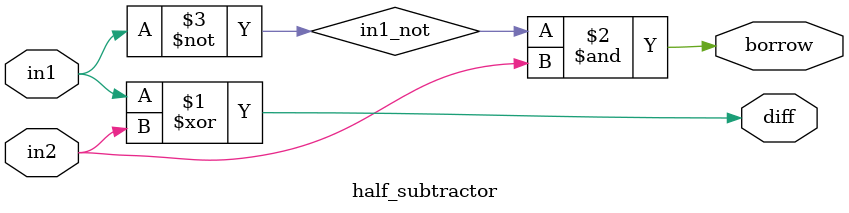
<source format=v>
module CPU (
    input wire[18:0] opcode,
    output wire[7:0] result 
);
    wire [2:0] operation;
    wire [7:0] operand1;
    wire [7:0] operand2;

    CU myCU (opcode, operation, operand1, operand2);    

    //instead of sending decoded output to the ALU, i have used a multiplexer inside the ALU
    ALU myALU (operation, operand1, operand2, result);

endmodule

module CU( 
    input wire[18:0] opcode,
    output wire [2:0] operation,
    output wire [7:0] operand1,
    output wire [7:0] operand2
);
    //breaks the opcode into 3 parts: operation, operand1, operand2
    assign operation = opcode[18:16];
    assign operand1 = opcode[15:8];
    assign operand2 = opcode[7:0];
endmodule


module ALU (
    input wire[2:0] operation,
    input wire[7:0] op1,
    input wire[7:0] op2,
    output wire[7:0] result

);
    wire[7:0] answers[0:7]; //7 * (8bit buses) for the 7 processes + 0'th bus is empty
    
    wire zero;
    assign zero = 1'b0;    

    //performing all 8 operations
    assign answers[0] = 8'b0;
    _8_bit_adder       ALU_add(op1, op2, zero, answers[1]);
    _8_bit_subtractor  ALU_subtr(op1, op2, answers[2]);
    _8_bit_incre       ALU_incre(op1, answers[3]);
    _8_bit_decre       ALU_decre(op1, answers[4]);
    _8_bit_and         ALU_and(op1, op2, answers[5]);
    _8_bit_or          ALU_or(op1, op2, answers[6]);
    _8_bit_not         ALU_not(op1, answers[7]);


    //selecting 1 operation as result using a multiplexer
    _8_input_bus_multiplexer ALU_multiplexer (operation, answers[0],answers[1],answers[2],answers[3],
                                            answers[4],answers[5],answers[6],answers[7], result);


endmodule

//multiplexer modules
module _8_input_bus_multiplexer(
    input wire[0:2] select,
    input wire[7:0] in0, in1, in2, in3, in4, in5, in6, in7,
    output wire[7:0] out
);

    wire[7:0] mid[0:1];

    //implementing an 8 bit multiplexer using 2 (4 bit) multiplexers and 1 (2 bit) multiplexer
    _4_input_bus_multiplexer m1(select[1:2], in0, in1, in2, in3, mid[0]);
    _4_input_bus_multiplexer m2(select[1:2], in4, in5, in6, in7, mid[1]);

    _2_input_bus_multiplexer m3(select[0], mid[0], mid[1], out);

endmodule

module _4_input_bus_multiplexer(
    input wire[0:1] select, 
    input wire[7:0] in0, in1, in2, in3, 
    output wire[7:0] out
);
    wire[7:0] mid[0:1];

    //implementing an 4 bit multiplexer using 3 (2 bit) multiplexers
    _2_input_bus_multiplexer m1 (select[1], in0, in1, mid[0]);
    _2_input_bus_multiplexer m2 (select[1], in2, in3, mid[1]);

    _2_input_bus_multiplexer m3 (select[0], mid[0], mid[1], out);
endmodule

module _2_input_bus_multiplexer(
    input wire select, 
    input wire[7:0] in0, in1,  
    output wire[7:0] out
);
    wire notselect;
    not select_not(notselect, select);

    wire[7:0] s1, nots2;

    and and1 [7:0] (s1, select, in1);
    and and2 [7:0] (nots2, notselect, in0);

    or or1 [7:0] (out, s1, nots2);
endmodule

//ALU operation modules

module _8_bit_adder(
    input wire[7:0] op1, 
    input wire[7:0] op2, 
    input wire cin,
    output wire[7:0] sum
);
    wire [8:0] carrys;
    assign carrys[0] = cin;
    //ripple carry addition
    full_adder _8_adders [7:0] (op1, op2, carrys[7:0], sum, carrys[8:1]);

endmodule

module _8_bit_subtractor(
    input wire[7:0] op1, 
    input wire[7:0] op2, 
    output wire[7:0] diff
);
    //subtraction using 2's complement
    wire[7:0] op2_comp;    //complement of op2
    _8_bit_not subtr_not(op2, op2_comp);   

    wire one;
    assign one = 1'b1;
    _8_bit_adder subtract_by_adding(op1, op2_comp, one, diff);   
    //adding op1, complement of op2, 1 using adder module
endmodule


module _8_bit_incre(
    input wire[7:0] op, 
    output wire[7:0] ans
);
    wire [8:0] carrys;
    assign carrys[0] =1'b1;   
    //we can treat incrementing as adding 1 to a number.
    //but it can also be thought of as adding 0 to a number with a carry to the LSB
    //at every step, we need to add only 2 bits: the number and the previous carry. 
    //hence full adders arent required.
    half_adder incrementer[7:0] (.sum(ans), .carry(carrys[8:1]), .in1(op), .in2(carrys[7:0]));

endmodule

module _8_bit_decre(
    input wire[7:0] op, 
    output wire[7:0] ans
);
    wire [8:0] borrows;
    assign borrows[0]= 1'b1;

    //in the same way incrementer is implemented using half adders, 
    //a decrementer can be made using half subtractors
    half_subtractor decrementer[7:0] (.diff(ans), .borrow(borrows[8:1]) , .in1(op), .in2(borrows[7:0]));
endmodule

module _8_bit_and(
    input wire[7:0] op1, 
    input wire[7:0] op2, 
    output wire[7:0] ans
);
    and _8_and[7:0] (ans, op1, op2);
endmodule

module _8_bit_or(
    input wire[7:0] op1, 
    input wire[7:0] op2, 
    output wire[7:0] ans
);
    or _8_or[7:0] (ans, op1, op2);
endmodule


module _8_bit_not(
    input wire[7:0] op1, 
    output wire[7:0] ans
);
    not _8_not[7:0] (ans, op1);
endmodule

//modules with single bits as inputs
module full_adder(
    input wire in1, 
    input wire in2, 
    input wire cin, 
    output wire sum, 
    output wire cout
);
    wire mid_sum , mid_carry1, mid_carry2;

    //a full adder using 2 half adders
    half_adder ha1(in1, in2,     mid_sum, mid_carry1);
    half_adder ha2(cin, mid_sum, sum,     mid_carry2);

    or carry_or(cout, mid_carry1, mid_carry2);
endmodule


module half_adder(
    input wire in1, 
    input wire in2, 
    output wire sum, 
    output wire carry
);
    xor half_adder_xor(sum, in1, in2);
    and half_adder_and(carry, in1, in2);
endmodule

module half_subtractor(
    input wire in1, 
    input wire in2, 
    output wire diff, 
    output wire borrow
);
    xor half_subtr_xor(diff, in1, in2);
    wire not_in1;
    not(in1_not, in1);
    and borrow_and(borrow, in1_not, in2);
endmodule
</source>
